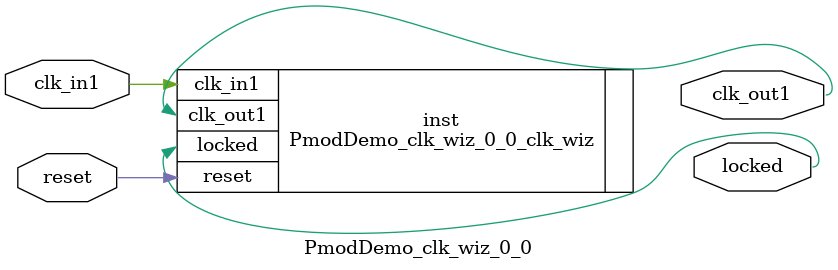
<source format=v>


`timescale 1ps/1ps

(* CORE_GENERATION_INFO = "PmodDemo_clk_wiz_0_0,clk_wiz_v6_0_6_0_0,{component_name=PmodDemo_clk_wiz_0_0,use_phase_alignment=true,use_min_o_jitter=false,use_max_i_jitter=false,use_dyn_phase_shift=false,use_inclk_switchover=false,use_dyn_reconfig=false,enable_axi=0,feedback_source=FDBK_AUTO,PRIMITIVE=MMCM,num_out_clk=1,clkin1_period=10.000,clkin2_period=10.000,use_power_down=false,use_reset=true,use_locked=true,use_inclk_stopped=false,feedback_type=SINGLE,CLOCK_MGR_TYPE=NA,manual_override=false}" *)

module PmodDemo_clk_wiz_0_0 
 (
  // Clock out ports
  output        clk_out1,
  // Status and control signals
  input         reset,
  output        locked,
 // Clock in ports
  input         clk_in1
 );

  PmodDemo_clk_wiz_0_0_clk_wiz inst
  (
  // Clock out ports  
  .clk_out1(clk_out1),
  // Status and control signals               
  .reset(reset), 
  .locked(locked),
 // Clock in ports
  .clk_in1(clk_in1)
  );

endmodule

</source>
